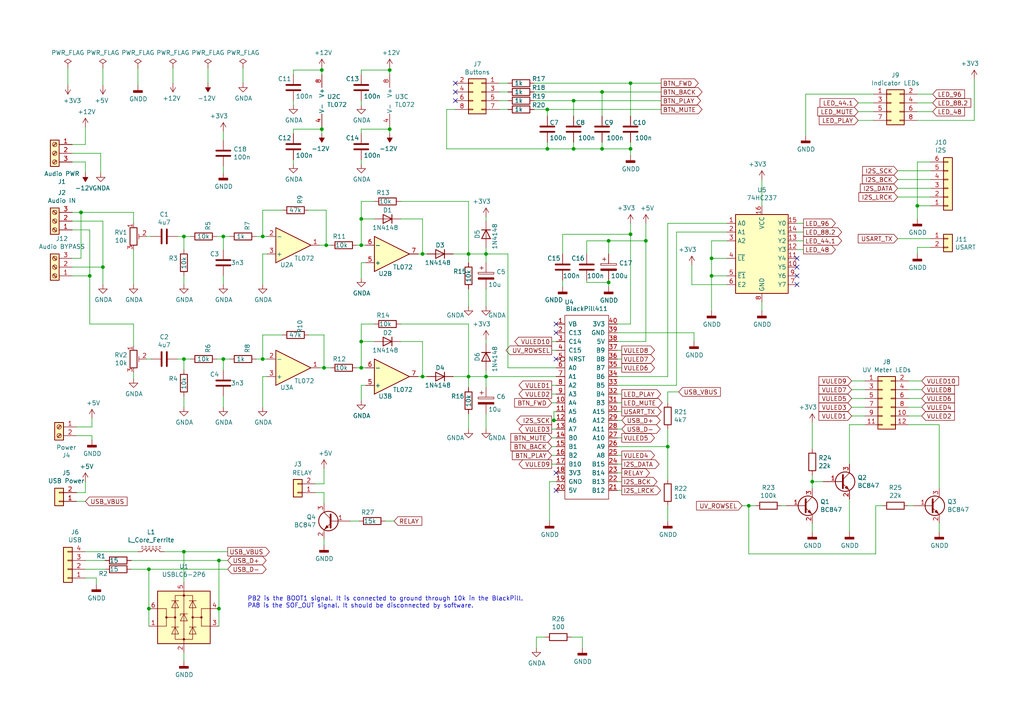
<source format=kicad_sch>
(kicad_sch (version 20211123) (generator eeschema)
  (paper "A4")
  (junction (at 94.615 71.12))
  (junction (at 29.845 77.47))
  (junction (at 193.675 129.54))
  (junction (at 53.34 104.14))
  (junction (at 187.325 69.85))
  (junction (at 206.375 80.01))
  (junction (at 158.75 43.18))
  (junction (at 104.775 106.68))
  (junction (at 53.34 160.02))
  (junction (at 93.345 20.32))
  (junction (at 166.37 29.21))
  (junction (at 135.89 109.22))
  (junction (at 158.75 31.75))
  (junction (at 43.18 165.1))
  (junction (at 93.345 37.465))
  (junction (at 217.17 146.685))
  (junction (at 174.625 26.67))
  (junction (at 235.585 139.7))
  (junction (at 104.775 63.5))
  (junction (at 63.5 176.53))
  (junction (at 93.98 106.68))
  (junction (at 64.77 68.58))
  (junction (at 135.89 73.66))
  (junction (at 160.655 121.92))
  (junction (at 64.77 104.14))
  (junction (at 182.88 24.13))
  (junction (at 266.065 59.69))
  (junction (at 26.035 80.01))
  (junction (at 166.37 43.18))
  (junction (at 182.88 43.18))
  (junction (at 23.495 61.595))
  (junction (at 140.97 73.66))
  (junction (at 104.775 71.12))
  (junction (at 140.97 109.22))
  (junction (at 63.5 162.56))
  (junction (at 122.555 109.22))
  (junction (at 113.03 20.32))
  (junction (at 176.53 81.915))
  (junction (at 206.375 74.93))
  (junction (at 122.555 73.66))
  (junction (at 113.03 37.465))
  (junction (at 182.88 67.945))
  (junction (at 104.775 99.06))
  (junction (at 53.34 68.58))
  (junction (at 43.18 176.53))
  (junction (at 176.53 69.85))
  (junction (at 174.625 43.18))
  (junction (at 76.2 68.58))
  (junction (at 76.2 104.14))
  (no_connect (at 132.08 29.21))
  (no_connect (at 161.29 93.98))
  (no_connect (at 231.14 74.93))
  (no_connect (at 132.08 26.67))
  (no_connect (at 132.08 24.13))
  (no_connect (at 161.29 104.14))
  (no_connect (at 161.29 96.52))
  (no_connect (at 231.14 80.01))
  (no_connect (at 231.14 82.55))
  (no_connect (at 161.29 137.16))
  (no_connect (at 161.29 142.24))
  (no_connect (at 231.14 77.47))
  (wire (pts (xy 93.98 97.155) (xy 93.98 106.68)))
  (wire (pts (xy 40.005 19.685) (xy 40.005 24.765)))
  (wire (pts (xy 233.68 27.305) (xy 253.365 27.305)))
  (wire (pts (xy 104.775 76.2) (xy 104.775 80.645)))
  (wire (pts (xy 53.34 72.39) (xy 53.34 68.58)))
  (wire (pts (xy 179.07 104.14) (xy 180.34 104.14)))
  (wire (pts (xy 26.035 93.98) (xy 38.735 93.98)))
  (wire (pts (xy 122.555 109.22) (xy 123.825 109.22)))
  (wire (pts (xy 179.07 127) (xy 180.34 127)))
  (wire (pts (xy 154.94 26.67) (xy 174.625 26.67)))
  (wire (pts (xy 53.34 191.77) (xy 53.34 189.23)))
  (wire (pts (xy 24.765 160.02) (xy 40.005 160.02)))
  (wire (pts (xy 22.225 142.875) (xy 24.765 142.875)))
  (wire (pts (xy 182.88 41.275) (xy 182.88 43.18)))
  (wire (pts (xy 266.065 29.845) (xy 270.51 29.845)))
  (wire (pts (xy 166.37 29.21) (xy 166.37 33.655)))
  (wire (pts (xy 272.415 123.19) (xy 263.525 123.19)))
  (wire (pts (xy 85.09 29.21) (xy 85.09 30.48)))
  (wire (pts (xy 140.97 109.22) (xy 140.97 107.315)))
  (wire (pts (xy 64.77 80.01) (xy 64.77 82.55)))
  (wire (pts (xy 135.89 76.2) (xy 135.89 73.66)))
  (wire (pts (xy 129.54 31.75) (xy 132.08 31.75)))
  (wire (pts (xy 217.17 160.655) (xy 217.17 146.685)))
  (wire (pts (xy 193.675 124.46) (xy 193.675 129.54)))
  (wire (pts (xy 20.955 77.47) (xy 29.845 77.47)))
  (wire (pts (xy 160.02 114.3) (xy 161.29 114.3)))
  (wire (pts (xy 122.555 109.22) (xy 122.555 99.06)))
  (wire (pts (xy 29.845 24.765) (xy 29.845 19.685)))
  (wire (pts (xy 64.77 114.935) (xy 64.77 118.11)))
  (wire (pts (xy 163.195 83.185) (xy 163.195 81.28)))
  (wire (pts (xy 266.065 27.305) (xy 270.51 27.305)))
  (wire (pts (xy 74.295 68.58) (xy 76.2 68.58)))
  (wire (pts (xy 160.02 121.92) (xy 160.655 121.92)))
  (wire (pts (xy 263.525 120.65) (xy 267.335 120.65)))
  (wire (pts (xy 193.675 113.665) (xy 196.85 113.665)))
  (wire (pts (xy 140.97 99.695) (xy 140.97 98.425)))
  (wire (pts (xy 187.325 69.85) (xy 187.325 64.77)))
  (wire (pts (xy 170.18 81.915) (xy 170.18 81.28)))
  (wire (pts (xy 160.02 132.08) (xy 161.29 132.08)))
  (wire (pts (xy 174.625 41.275) (xy 174.625 43.18)))
  (wire (pts (xy 77.47 73.66) (xy 76.2 73.66)))
  (wire (pts (xy 38.735 93.98) (xy 38.735 100.33)))
  (wire (pts (xy 50.165 19.685) (xy 50.165 24.13)))
  (wire (pts (xy 206.375 69.85) (xy 206.375 74.93)))
  (wire (pts (xy 20.955 74.93) (xy 23.495 74.93)))
  (wire (pts (xy 76.2 104.14) (xy 74.295 104.14)))
  (wire (pts (xy 140.97 64.135) (xy 140.97 62.865)))
  (wire (pts (xy 64.77 38.1) (xy 64.77 40.64)))
  (wire (pts (xy 93.345 20.32) (xy 85.09 20.32)))
  (wire (pts (xy 220.98 90.17) (xy 220.98 87.63)))
  (wire (pts (xy 104.775 37.465) (xy 104.775 38.735)))
  (wire (pts (xy 187.325 69.85) (xy 176.53 69.85)))
  (wire (pts (xy 70.485 19.685) (xy 70.485 24.13)))
  (wire (pts (xy 93.98 140.335) (xy 93.98 135.89)))
  (wire (pts (xy 282.575 22.86) (xy 282.575 34.925)))
  (wire (pts (xy 161.29 116.84) (xy 160.02 116.84)))
  (wire (pts (xy 235.585 151.765) (xy 235.585 154.305)))
  (wire (pts (xy 24.765 165.1) (xy 30.48 165.1)))
  (wire (pts (xy 231.14 67.31) (xy 233.045 67.31)))
  (wire (pts (xy 104.775 71.12) (xy 106.045 71.12)))
  (wire (pts (xy 263.525 115.57) (xy 267.335 115.57)))
  (wire (pts (xy 20.955 44.45) (xy 29.21 44.45)))
  (wire (pts (xy 180.34 114.3) (xy 179.07 114.3)))
  (wire (pts (xy 140.97 83.82) (xy 140.97 88.9)))
  (wire (pts (xy 182.88 67.945) (xy 163.195 67.945)))
  (wire (pts (xy 104.775 20.32) (xy 104.775 21.59)))
  (wire (pts (xy 76.2 68.58) (xy 77.47 68.58)))
  (wire (pts (xy 158.115 184.785) (xy 155.575 184.785)))
  (wire (pts (xy 220.98 52.07) (xy 220.98 59.69)))
  (wire (pts (xy 158.75 41.275) (xy 158.75 43.18)))
  (wire (pts (xy 210.82 80.01) (xy 206.375 80.01)))
  (wire (pts (xy 135.89 73.66) (xy 131.445 73.66)))
  (wire (pts (xy 154.94 29.21) (xy 166.37 29.21)))
  (wire (pts (xy 163.195 67.945) (xy 163.195 73.66)))
  (wire (pts (xy 179.07 132.08) (xy 180.34 132.08)))
  (wire (pts (xy 160.02 99.06) (xy 161.29 99.06)))
  (wire (pts (xy 255.905 146.685) (xy 254 146.685)))
  (wire (pts (xy 93.345 20.32) (xy 93.345 19.685)))
  (wire (pts (xy 176.53 81.915) (xy 176.53 83.185)))
  (wire (pts (xy 196.215 67.31) (xy 210.82 67.31)))
  (wire (pts (xy 76.2 109.22) (xy 76.2 118.11)))
  (wire (pts (xy 154.94 24.13) (xy 182.88 24.13)))
  (wire (pts (xy 91.44 142.875) (xy 93.98 142.875)))
  (wire (pts (xy 246.38 144.78) (xy 246.38 154.305)))
  (wire (pts (xy 231.14 72.39) (xy 233.045 72.39)))
  (wire (pts (xy 182.88 43.18) (xy 174.625 43.18)))
  (wire (pts (xy 85.09 37.465) (xy 85.09 38.735)))
  (wire (pts (xy 179.07 93.98) (xy 182.88 93.98)))
  (wire (pts (xy 168.91 184.785) (xy 168.91 187.96)))
  (wire (pts (xy 60.325 19.685) (xy 60.325 24.13)))
  (wire (pts (xy 210.82 69.85) (xy 206.375 69.85)))
  (wire (pts (xy 264.795 146.685) (xy 263.525 146.685)))
  (wire (pts (xy 269.875 46.99) (xy 266.065 46.99)))
  (wire (pts (xy 266.065 46.99) (xy 266.065 59.69)))
  (wire (pts (xy 147.32 26.67) (xy 144.78 26.67)))
  (wire (pts (xy 182.88 24.13) (xy 182.88 33.655)))
  (wire (pts (xy 160.02 129.54) (xy 161.29 129.54)))
  (wire (pts (xy 179.07 96.52) (xy 201.295 96.52)))
  (wire (pts (xy 103.505 71.12) (xy 104.775 71.12)))
  (wire (pts (xy 210.82 82.55) (xy 200.66 82.55)))
  (wire (pts (xy 266.065 34.925) (xy 282.575 34.925)))
  (wire (pts (xy 26.67 123.825) (xy 26.67 121.285)))
  (wire (pts (xy 104.775 58.42) (xy 108.585 58.42)))
  (wire (pts (xy 104.775 99.06) (xy 104.775 93.98)))
  (wire (pts (xy 81.915 97.155) (xy 76.2 97.155)))
  (wire (pts (xy 91.44 140.335) (xy 93.98 140.335)))
  (wire (pts (xy 93.345 21.59) (xy 93.345 20.32)))
  (wire (pts (xy 38.735 82.55) (xy 38.735 72.39)))
  (wire (pts (xy 182.88 93.98) (xy 182.88 67.945)))
  (wire (pts (xy 180.34 116.84) (xy 179.07 116.84)))
  (wire (pts (xy 180.34 137.16) (xy 179.07 137.16)))
  (wire (pts (xy 135.89 109.22) (xy 131.445 109.22)))
  (wire (pts (xy 38.735 61.595) (xy 38.735 64.77)))
  (wire (pts (xy 38.735 109.855) (xy 38.735 107.95)))
  (wire (pts (xy 182.88 24.13) (xy 191.77 24.13)))
  (wire (pts (xy 81.915 60.96) (xy 76.2 60.96)))
  (wire (pts (xy 43.18 165.1) (xy 66.04 165.1)))
  (wire (pts (xy 180.34 124.46) (xy 179.07 124.46)))
  (wire (pts (xy 122.555 99.06) (xy 116.205 99.06)))
  (wire (pts (xy 217.17 146.685) (xy 219.075 146.685)))
  (wire (pts (xy 174.625 43.18) (xy 166.37 43.18)))
  (wire (pts (xy 64.77 104.14) (xy 62.865 104.14)))
  (wire (pts (xy 193.675 146.685) (xy 193.675 151.13)))
  (wire (pts (xy 238.76 139.7) (xy 235.585 139.7)))
  (wire (pts (xy 201.295 96.52) (xy 201.295 99.06)))
  (wire (pts (xy 140.97 73.66) (xy 135.89 73.66)))
  (wire (pts (xy 92.71 71.12) (xy 94.615 71.12)))
  (wire (pts (xy 179.07 129.54) (xy 193.675 129.54)))
  (wire (pts (xy 53.34 107.315) (xy 53.34 104.14)))
  (wire (pts (xy 161.29 139.7) (xy 159.385 139.7)))
  (wire (pts (xy 231.14 64.77) (xy 233.045 64.77)))
  (wire (pts (xy 161.29 127) (xy 160.02 127)))
  (wire (pts (xy 23.495 61.595) (xy 38.735 61.595)))
  (wire (pts (xy 206.375 80.01) (xy 206.375 90.17)))
  (wire (pts (xy 129.54 43.18) (xy 129.54 31.75)))
  (wire (pts (xy 104.775 93.98) (xy 108.585 93.98)))
  (wire (pts (xy 248.92 32.385) (xy 253.365 32.385)))
  (wire (pts (xy 179.07 106.68) (xy 180.34 106.68)))
  (wire (pts (xy 266.065 59.69) (xy 266.065 63.5)))
  (wire (pts (xy 135.89 112.395) (xy 135.89 109.22)))
  (wire (pts (xy 231.14 69.85) (xy 233.045 69.85)))
  (wire (pts (xy 187.325 99.06) (xy 187.325 69.85)))
  (wire (pts (xy 76.2 73.66) (xy 76.2 82.55)))
  (wire (pts (xy 160.655 119.38) (xy 161.29 119.38)))
  (wire (pts (xy 55.245 104.14) (xy 53.34 104.14)))
  (wire (pts (xy 122.555 63.5) (xy 116.205 63.5)))
  (wire (pts (xy 147.32 29.21) (xy 144.78 29.21)))
  (wire (pts (xy 246.38 123.19) (xy 250.825 123.19)))
  (wire (pts (xy 20.955 41.91) (xy 24.765 41.91)))
  (wire (pts (xy 179.07 142.24) (xy 180.34 142.24)))
  (wire (pts (xy 155.575 184.785) (xy 155.575 187.96)))
  (wire (pts (xy 206.375 74.93) (xy 206.375 80.01)))
  (wire (pts (xy 210.82 74.93) (xy 206.375 74.93)))
  (wire (pts (xy 166.37 43.18) (xy 158.75 43.18)))
  (wire (pts (xy 122.555 73.66) (xy 122.555 63.5)))
  (wire (pts (xy 165.735 184.785) (xy 168.91 184.785)))
  (wire (pts (xy 160.02 111.76) (xy 161.29 111.76)))
  (wire (pts (xy 180.34 121.92) (xy 179.07 121.92)))
  (wire (pts (xy 104.775 63.5) (xy 104.775 58.42)))
  (wire (pts (xy 23.495 74.93) (xy 23.495 61.595)))
  (wire (pts (xy 43.815 104.14) (xy 42.545 104.14)))
  (wire (pts (xy 200.66 82.55) (xy 200.66 76.835)))
  (wire (pts (xy 94.615 60.96) (xy 94.615 71.12)))
  (wire (pts (xy 77.47 109.22) (xy 76.2 109.22)))
  (wire (pts (xy 121.285 109.22) (xy 122.555 109.22)))
  (wire (pts (xy 248.92 29.845) (xy 253.365 29.845)))
  (wire (pts (xy 266.065 59.69) (xy 269.875 59.69)))
  (wire (pts (xy 53.34 80.01) (xy 53.34 82.55)))
  (wire (pts (xy 269.875 52.07) (xy 260.35 52.07)))
  (wire (pts (xy 122.555 73.66) (xy 123.825 73.66)))
  (wire (pts (xy 263.525 113.03) (xy 267.335 113.03)))
  (wire (pts (xy 111.76 151.13) (xy 114.3 151.13)))
  (wire (pts (xy 210.82 64.77) (xy 193.675 64.77)))
  (wire (pts (xy 64.77 72.39) (xy 64.77 68.58)))
  (wire (pts (xy 129.54 43.18) (xy 158.75 43.18)))
  (wire (pts (xy 113.03 37.465) (xy 104.775 37.465)))
  (wire (pts (xy 196.215 67.31) (xy 196.215 111.76)))
  (wire (pts (xy 160.655 119.38) (xy 160.655 121.92)))
  (wire (pts (xy 53.34 160.02) (xy 47.625 160.02)))
  (wire (pts (xy 147.32 106.68) (xy 147.32 73.66)))
  (wire (pts (xy 103.505 106.68) (xy 104.775 106.68)))
  (wire (pts (xy 63.5 162.56) (xy 66.04 162.56)))
  (wire (pts (xy 113.03 38.735) (xy 113.03 37.465)))
  (wire (pts (xy 101.6 151.13) (xy 104.14 151.13)))
  (wire (pts (xy 272.415 123.19) (xy 272.415 141.605)))
  (wire (pts (xy 135.89 88.9) (xy 135.89 83.82)))
  (wire (pts (xy 159.385 139.7) (xy 159.385 151.13)))
  (wire (pts (xy 182.88 67.945) (xy 182.88 64.77)))
  (wire (pts (xy 20.955 64.135) (xy 29.845 64.135)))
  (wire (pts (xy 24.765 41.91) (xy 24.765 36.83)))
  (wire (pts (xy 26.035 66.675) (xy 26.035 80.01)))
  (wire (pts (xy 161.29 109.22) (xy 140.97 109.22)))
  (wire (pts (xy 64.77 107.315) (xy 64.77 104.14)))
  (wire (pts (xy 53.34 68.58) (xy 55.245 68.58)))
  (wire (pts (xy 174.625 26.67) (xy 191.77 26.67)))
  (wire (pts (xy 42.545 68.58) (xy 43.815 68.58)))
  (wire (pts (xy 147.32 24.13) (xy 144.78 24.13)))
  (wire (pts (xy 93.345 37.465) (xy 93.345 38.735)))
  (wire (pts (xy 266.065 32.385) (xy 270.51 32.385)))
  (wire (pts (xy 93.98 142.875) (xy 93.98 146.05)))
  (wire (pts (xy 254 146.685) (xy 254 160.655)))
  (wire (pts (xy 140.97 76.2) (xy 140.97 73.66)))
  (wire (pts (xy 160.02 124.46) (xy 161.29 124.46)))
  (wire (pts (xy 235.585 122.555) (xy 235.585 130.175)))
  (wire (pts (xy 140.97 73.66) (xy 140.97 71.755)))
  (wire (pts (xy 22.225 123.825) (xy 26.67 123.825)))
  (wire (pts (xy 22.225 126.365) (xy 26.67 126.365)))
  (wire (pts (xy 104.775 29.21) (xy 104.775 30.48)))
  (wire (pts (xy 247.015 120.65) (xy 250.825 120.65)))
  (wire (pts (xy 263.525 118.11) (xy 267.335 118.11)))
  (wire (pts (xy 104.775 46.355) (xy 104.775 47.625)))
  (wire (pts (xy 179.07 119.38) (xy 180.34 119.38)))
  (wire (pts (xy 20.955 46.99) (xy 24.765 46.99)))
  (wire (pts (xy 26.67 126.365) (xy 26.67 127.635)))
  (wire (pts (xy 147.32 31.75) (xy 144.78 31.75)))
  (wire (pts (xy 135.89 120.015) (xy 135.89 124.46)))
  (wire (pts (xy 193.675 64.77) (xy 193.675 109.22)))
  (wire (pts (xy 53.34 118.11) (xy 53.34 114.935)))
  (wire (pts (xy 20.955 66.675) (xy 26.035 66.675)))
  (wire (pts (xy 193.675 116.84) (xy 193.675 113.665)))
  (wire (pts (xy 38.1 165.1) (xy 43.18 165.1)))
  (wire (pts (xy 29.21 44.45) (xy 29.21 50.165)))
  (wire (pts (xy 160.02 134.62) (xy 161.29 134.62)))
  (wire (pts (xy 92.71 106.68) (xy 93.98 106.68)))
  (wire (pts (xy 43.18 176.53) (xy 43.18 181.61)))
  (wire (pts (xy 235.585 139.7) (xy 235.585 141.605)))
  (wire (pts (xy 94.615 71.12) (xy 95.885 71.12)))
  (wire (pts (xy 93.345 36.83) (xy 93.345 37.465)))
  (wire (pts (xy 113.03 20.32) (xy 113.03 19.685)))
  (wire (pts (xy 193.675 109.22) (xy 179.07 109.22)))
  (wire (pts (xy 246.38 123.19) (xy 246.38 134.62)))
  (wire (pts (xy 19.685 19.685) (xy 19.685 24.765)))
  (wire (pts (xy 174.625 26.67) (xy 174.625 33.655)))
  (wire (pts (xy 160.655 121.92) (xy 161.29 121.92)))
  (wire (pts (xy 269.875 49.53) (xy 260.35 49.53)))
  (wire (pts (xy 51.435 68.58) (xy 53.34 68.58)))
  (wire (pts (xy 27.94 167.64) (xy 27.94 169.545)))
  (wire (pts (xy 170.18 69.85) (xy 170.18 73.66)))
  (wire (pts (xy 113.03 37.465) (xy 113.03 36.83)))
  (wire (pts (xy 104.775 99.06) (xy 104.775 106.68)))
  (wire (pts (xy 140.97 112.395) (xy 140.97 109.22)))
  (wire (pts (xy 66.675 104.14) (xy 64.77 104.14)))
  (wire (pts (xy 263.525 110.49) (xy 267.335 110.49)))
  (wire (pts (xy 108.585 63.5) (xy 104.775 63.5)))
  (wire (pts (xy 104.775 63.5) (xy 104.775 71.12)))
  (wire (pts (xy 93.98 106.68) (xy 95.885 106.68)))
  (wire (pts (xy 233.68 27.305) (xy 233.68 39.37)))
  (wire (pts (xy 29.845 64.135) (xy 29.845 77.47)))
  (wire (pts (xy 106.045 111.76) (xy 104.775 111.76)))
  (wire (pts (xy 269.875 57.15) (xy 260.35 57.15)))
  (wire (pts (xy 160.02 101.6) (xy 161.29 101.6)))
  (wire (pts (xy 43.18 165.1) (xy 43.18 176.53)))
  (wire (pts (xy 63.5 176.53) (xy 63.5 162.56)))
  (wire (pts (xy 196.215 111.76) (xy 179.07 111.76)))
  (wire (pts (xy 182.88 43.18) (xy 182.88 45.085)))
  (wire (pts (xy 26.035 80.01) (xy 26.035 93.98)))
  (wire (pts (xy 147.32 73.66) (xy 140.97 73.66)))
  (wire (pts (xy 76.2 60.96) (xy 76.2 68.58)))
  (wire (pts (xy 254 160.655) (xy 217.17 160.655)))
  (wire (pts (xy 176.53 69.85) (xy 170.18 69.85)))
  (wire (pts (xy 235.585 139.7) (xy 235.585 137.795)))
  (wire (pts (xy 20.955 61.595) (xy 23.495 61.595)))
  (wire (pts (xy 272.415 151.765) (xy 272.415 154.305)))
  (wire (pts (xy 247.015 113.03) (xy 250.825 113.03)))
  (wire (pts (xy 140.97 109.22) (xy 135.89 109.22)))
  (wire (pts (xy 108.585 99.06) (xy 104.775 99.06)))
  (wire (pts (xy 253.365 34.925) (xy 248.92 34.925)))
  (wire (pts (xy 161.29 106.68) (xy 147.32 106.68)))
  (wire (pts (xy 266.065 71.755) (xy 266.065 73.66)))
  (wire (pts (xy 89.535 60.96) (xy 94.615 60.96)))
  (wire (pts (xy 29.845 77.47) (xy 29.845 82.55)))
  (wire (pts (xy 89.535 97.155) (xy 93.98 97.155)))
  (wire (pts (xy 154.94 31.75) (xy 158.75 31.75)))
  (wire (pts (xy 179.07 99.06) (xy 187.325 99.06)))
  (wire (pts (xy 66.675 68.58) (xy 64.77 68.58)))
  (wire (pts (xy 53.34 160.02) (xy 66.04 160.02)))
  (wire (pts (xy 217.17 146.685) (xy 215.265 146.685)))
  (wire (pts (xy 176.53 81.28) (xy 176.53 81.915)))
  (wire (pts (xy 64.77 50.165) (xy 64.77 48.26)))
  (wire (pts (xy 38.1 162.56) (xy 63.5 162.56)))
  (wire (pts (xy 158.75 31.75) (xy 191.77 31.75)))
  (wire (pts (xy 53.34 168.91) (xy 53.34 160.02)))
  (wire (pts (xy 247.015 115.57) (xy 250.825 115.57)))
  (wire (pts (xy 113.03 21.59) (xy 113.03 20.32)))
  (wire (pts (xy 85.09 20.32) (xy 85.09 21.59)))
  (wire (pts (xy 166.37 29.21) (xy 191.77 29.21)))
  (wire (pts (xy 104.775 111.76) (xy 104.775 116.205)))
  (wire (pts (xy 180.34 134.62) (xy 179.07 134.62)))
  (wire (pts (xy 24.765 162.56) (xy 30.48 162.56)))
  (wire (pts (xy 22.225 145.415) (xy 24.765 145.415)))
  (wire (pts (xy 247.015 118.11) (xy 250.825 118.11)))
  (wire (pts (xy 158.75 31.75) (xy 158.75 33.655)))
  (wire (pts (xy 179.07 101.6) (xy 180.34 101.6)))
  (wire (pts (xy 104.775 106.68) (xy 106.045 106.68)))
  (wire (pts (xy 269.875 71.755) (xy 266.065 71.755)))
  (wire (pts (xy 85.09 46.355) (xy 85.09 47.625)))
  (wire (pts (xy 247.015 110.49) (xy 250.825 110.49)))
  (wire (pts (xy 63.5 181.61) (xy 63.5 176.53)))
  (wire (pts (xy 193.675 129.54) (xy 193.675 139.065)))
  (wire (pts (xy 93.345 37.465) (xy 85.09 37.465)))
  (wire (pts (xy 93.98 156.21) (xy 93.98 158.115)))
  (wire (pts (xy 179.07 139.7) (xy 180.34 139.7)))
  (wire (pts (xy 53.34 104.14) (xy 51.435 104.14)))
  (wire (pts (xy 260.35 54.61) (xy 269.875 54.61)))
  (wire (pts (xy 226.695 146.685) (xy 227.965 146.685)))
  (wire (pts (xy 166.37 41.275) (xy 166.37 43.18)))
  (wire (pts (xy 135.89 73.66) (xy 135.89 58.42)))
  (wire (pts (xy 20.955 80.01) (xy 26.035 80.01)))
  (wire (pts (xy 24.765 167.64) (xy 27.94 167.64)))
  (wire (pts (xy 106.045 76.2) (xy 104.775 76.2)))
  (wire (pts (xy 24.765 142.875) (xy 24.765 139.7)))
  (wire (pts (xy 135.89 93.98) (xy 135.89 109.22)))
  (wire (pts (xy 269.875 69.215) (xy 260.35 69.215)))
  (wire (pts (xy 135.89 58.42) (xy 116.205 58.42)))
  (wire (pts (xy 64.77 68.58) (xy 62.865 68.58)))
  (wire (pts (xy 77.47 104.14) (xy 76.2 104.14)))
  (wire (pts (xy 24.765 46.99) (xy 24.765 50.165)))
  (wire (pts (xy 113.03 20.32) (xy 104.775 20.32)))
  (wire (pts (xy 121.285 73.66) (xy 122.555 73.66)))
  (wire (pts (xy 140.97 124.46) (xy 140.97 120.015)))
  (wire (pts (xy 116.205 93.98) (xy 135.89 93.98)))
  (wire (pts (xy 76.2 97.155) (xy 76.2 104.14)))
  (wire (pts (xy 176.53 81.915) (xy 170.18 81.915)))
  (wire (pts (xy 176.53 69.85) (xy 176.53 73.66)))
  (text "PB2 is the BOOT1 signal. It is connected to ground through 10k in the BlackPill.\nPA8 is the SOF_OUT signal. It should be disconnected by software." (at 71.755 176.53 0) (effects (font (size 1.27 1.27)) (justify left bottom)))
  (global_label "I2S_LRCK" (shape input) (at 260.35 57.15 180) (property "Intersheet References" "${INTERSHEET_REFS}" (effects hide)))
  (global_label "RELAY" (shape output) (at 180.34 137.16 0) (property "Intersheet References" "${INTERSHEET_REFS}" (effects hide)))
  (global_label "BTN_MUTE" (shape output) (at 191.77 31.75 0) (property "Intersheet References" "${INTERSHEET_REFS}" (effects hide)))
  (global_label "LED_44.1" (shape output) (at 233.045 69.85 0) (property "Intersheet References" "${INTERSHEET_REFS}" (effects hide)))
  (global_label "LED_PLAY" (shape output) (at 180.34 114.3 0) (property "Intersheet References" "${INTERSHEET_REFS}" (effects hide)))
  (global_label "LED_88.2" (shape output) (at 233.045 67.31 0) (property "Intersheet References" "${INTERSHEET_REFS}" (effects hide)))
  (global_label "LED_96" (shape output) (at 233.045 64.77 0) (property "Intersheet References" "${INTERSHEET_REFS}" (effects hide)))
  (global_label "VULED6" (shape input) (at 267.335 115.57 0) (property "Intersheet References" "${INTERSHEET_REFS}" (effects hide)))
  (global_label "USB_VBUS" (shape input) (at 196.85 113.665 0) (property "Intersheet References" "${INTERSHEET_REFS}" (effects hide)))
  (global_label "USB_D-" (shape bidirectional) (at 66.04 165.1 0) (property "Intersheet References" "${INTERSHEET_REFS}" (effects hide)))
  (global_label "BTN_BACK" (shape input) (at 160.02 129.54 180) (property "Intersheet References" "${INTERSHEET_REFS}" (effects hide)))
  (global_label "I2S_DATA" (shape input) (at 260.35 54.61 180) (property "Intersheet References" "${INTERSHEET_REFS}" (effects hide)))
  (global_label "VULED5" (shape input) (at 247.015 115.57 180) (property "Intersheet References" "${INTERSHEET_REFS}" (effects hide)))
  (global_label "VULED2" (shape input) (at 267.335 120.65 0) (property "Intersheet References" "${INTERSHEET_REFS}" (effects hide)))
  (global_label "VULED1" (shape input) (at 247.015 120.65 180) (property "Intersheet References" "${INTERSHEET_REFS}" (effects hide)))
  (global_label "USART_TX" (shape output) (at 180.34 119.38 0) (property "Intersheet References" "${INTERSHEET_REFS}" (effects hide)))
  (global_label "VULED8" (shape output) (at 180.34 101.6 0) (property "Intersheet References" "${INTERSHEET_REFS}" (effects hide)))
  (global_label "VULED2" (shape output) (at 160.02 114.3 180) (property "Intersheet References" "${INTERSHEET_REFS}" (effects hide)))
  (global_label "VULED3" (shape input) (at 247.015 118.11 180) (property "Intersheet References" "${INTERSHEET_REFS}" (effects hide)))
  (global_label "BTN_PLAY" (shape output) (at 191.77 29.21 0) (property "Intersheet References" "${INTERSHEET_REFS}" (effects hide)))
  (global_label "LED_44.1" (shape input) (at 248.92 29.845 180) (property "Intersheet References" "${INTERSHEET_REFS}" (effects hide)))
  (global_label "VULED7" (shape input) (at 247.015 113.03 180) (property "Intersheet References" "${INTERSHEET_REFS}" (effects hide)))
  (global_label "I2S_SCK" (shape output) (at 160.02 121.92 180) (property "Intersheet References" "${INTERSHEET_REFS}" (effects hide)))
  (global_label "VULED6" (shape output) (at 180.34 106.68 0) (property "Intersheet References" "${INTERSHEET_REFS}" (effects hide)))
  (global_label "USB_VBUS" (shape input) (at 24.765 145.415 0) (property "Intersheet References" "${INTERSHEET_REFS}" (effects hide)))
  (global_label "USART_TX" (shape input) (at 260.35 69.215 180) (property "Intersheet References" "${INTERSHEET_REFS}" (effects hide)))
  (global_label "I2S_DATA" (shape output) (at 180.34 134.62 0) (property "Intersheet References" "${INTERSHEET_REFS}" (effects hide)))
  (global_label "VULED3" (shape output) (at 160.02 124.46 180) (property "Intersheet References" "${INTERSHEET_REFS}" (effects hide)))
  (global_label "I2S_BCK" (shape output) (at 180.34 139.7 0) (property "Intersheet References" "${INTERSHEET_REFS}" (effects hide)))
  (global_label "VULED1" (shape output) (at 160.02 111.76 180) (property "Intersheet References" "${INTERSHEET_REFS}" (effects hide)))
  (global_label "I2S_SCK" (shape input) (at 260.35 49.53 180) (property "Intersheet References" "${INTERSHEET_REFS}" (effects hide)))
  (global_label "VULED4" (shape input) (at 267.335 118.11 0) (property "Intersheet References" "${INTERSHEET_REFS}" (effects hide)))
  (global_label "LED_PLAY" (shape input) (at 248.92 34.925 180) (property "Intersheet References" "${INTERSHEET_REFS}" (effects hide)))
  (global_label "LED_48" (shape input) (at 270.51 32.385 0) (property "Intersheet References" "${INTERSHEET_REFS}" (effects hide)))
  (global_label "RELAY" (shape input) (at 114.3 151.13 0) (property "Intersheet References" "${INTERSHEET_REFS}" (effects hide)))
  (global_label "USB_D+" (shape bidirectional) (at 180.34 121.92 0) (property "Intersheet References" "${INTERSHEET_REFS}" (effects hide)))
  (global_label "VULED9" (shape input) (at 247.015 110.49 180) (property "Intersheet References" "${INTERSHEET_REFS}" (effects hide)))
  (global_label "VULED10" (shape output) (at 160.02 99.06 180) (property "Intersheet References" "${INTERSHEET_REFS}" (effects hide)))
  (global_label "BTN_MUTE" (shape input) (at 160.02 127 180) (property "Intersheet References" "${INTERSHEET_REFS}" (effects hide)))
  (global_label "BTN_FWD" (shape output) (at 191.77 24.13 0) (property "Intersheet References" "${INTERSHEET_REFS}" (effects hide)))
  (global_label "USB_D-" (shape bidirectional) (at 180.34 124.46 0) (property "Intersheet References" "${INTERSHEET_REFS}" (effects hide)))
  (global_label "VULED9" (shape output) (at 160.02 134.62 180) (property "Intersheet References" "${INTERSHEET_REFS}" (effects hide)))
  (global_label "LED_88.2" (shape input) (at 270.51 29.845 0) (property "Intersheet References" "${INTERSHEET_REFS}" (effects hide)))
  (global_label "VULED10" (shape input) (at 267.335 110.49 0) (property "Intersheet References" "${INTERSHEET_REFS}" (effects hide)))
  (global_label "UV_ROWSEL" (shape output) (at 160.02 101.6 180) (property "Intersheet References" "${INTERSHEET_REFS}" (effects hide)))
  (global_label "VULED7" (shape output) (at 180.34 104.14 0) (property "Intersheet References" "${INTERSHEET_REFS}" (effects hide)))
  (global_label "BTN_FWD" (shape input) (at 160.02 116.84 180) (property "Intersheet References" "${INTERSHEET_REFS}" (effects hide)))
  (global_label "BTN_BACK" (shape output) (at 191.77 26.67 0) (property "Intersheet References" "${INTERSHEET_REFS}" (effects hide)))
  (global_label "I2S_LRCK" (shape output) (at 180.34 142.24 0) (property "Intersheet References" "${INTERSHEET_REFS}" (effects hide)))
  (global_label "LED_96" (shape input) (at 270.51 27.305 0) (property "Intersheet References" "${INTERSHEET_REFS}" (effects hide)))
  (global_label "LED_MUTE" (shape output) (at 180.34 116.84 0) (property "Intersheet References" "${INTERSHEET_REFS}" (effects hide)))
  (global_label "VULED4" (shape output) (at 180.34 132.08 0) (property "Intersheet References" "${INTERSHEET_REFS}" (effects hide)))
  (global_label "LED_48" (shape output) (at 233.045 72.39 0) (property "Intersheet References" "${INTERSHEET_REFS}" (effects hide)))
  (global_label "USB_D+" (shape bidirectional) (at 66.04 162.56 0) (property "Intersheet References" "${INTERSHEET_REFS}" (effects hide)))
  (global_label "UV_ROWSEL" (shape input) (at 215.265 146.685 180) (property "Intersheet References" "${INTERSHEET_REFS}" (effects hide)))
  (global_label "VULED5" (shape output) (at 180.34 127 0) (property "Intersheet References" "${INTERSHEET_REFS}" (effects hide)))
  (global_label "BTN_PLAY" (shape input) (at 160.02 132.08 180) (property "Intersheet References" "${INTERSHEET_REFS}" (effects hide)))
  (global_label "USB_VBUS" (shape output) (at 66.04 160.02 0) (property "Intersheet References" "${INTERSHEET_REFS}" (effects hide)))
  (global_label "VULED8" (shape input) (at 267.335 113.03 0) (property "Intersheet References" "${INTERSHEET_REFS}" (effects hide)))
  (global_label "LED_MUTE" (shape input) (at 248.92 32.385 180) (property "Intersheet References" "${INTERSHEET_REFS}" (effects hide)))
  (global_label "I2S_BCK" (shape input) (at 260.35 52.07 180) (property "Intersheet References" "${INTERSHEET_REFS}" (effects hide)))
  (symbol (lib_id "controlBoard-rescue:BlackPill411-MCU_ST_STM32F4") (at 173.99 83.82 0) (unit 1)
    (property "Reference" "U4" (at 165.1 87.63 0))
    (property "Value" "BlackPill411" (at 170.18 89.535 0))
    (property "Footprint" "Symbol:BlackPill411" (effects hide))
  )
  (symbol (lib_id "Device:R") (at 151.13 31.75 270) (unit 1)
    (property "Reference" "R20" (at 154.305 30.48 90) (effects (justify left)))
    (property "Value" "1k" (at 149.225 31.75 90) (effects (justify left)))
    (property "Footprint" "Resistor_THT:R_Axial_DIN0207_L6.3mm_D2.5mm_P10.16mm_Horizontal" (effects hide))
  )
  (symbol (lib_id "Device:R") (at 193.675 120.65 0) (unit 1)
    (property "Reference" "R21" (at 195.453 119.4816 0) (effects (justify left)))
    (property "Value" "4k7" (at 195.453 121.793 0) (effects (justify left)))
    (property "Footprint" "Resistor_SMD:R_0805_2012Metric_Pad1.20x1.40mm_HandSolder" (effects hide))
  )
  (symbol (lib_id "Device:R") (at 193.675 142.875 0) (unit 1)
    (property "Reference" "R22" (at 195.453 141.7066 0) (effects (justify left)))
    (property "Value" "10k" (at 195.453 144.018 0) (effects (justify left)))
    (property "Footprint" "Resistor_SMD:R_0805_2012Metric_Pad1.20x1.40mm_HandSolder" (effects hide))
  )
  (symbol (lib_id "power:GNDD") (at 193.675 151.13 0) (unit 1)
    (property "Reference" "#PWR039" (effects hide))
    (property "Value" "GNDD" (at 193.7766 155.067 0))
  )
  (symbol (lib_id "power:GNDD") (at 159.385 151.13 0) (unit 1)
    (property "Reference" "#PWR036" (effects hide))
    (property "Value" "GNDD" (at 159.4866 155.067 0))
  )
  (symbol (lib_id "power:GNDD") (at 201.295 99.06 0) (unit 1)
    (property "Reference" "#PWR041" (effects hide))
    (property "Value" "GNDD" (at 201.3966 102.997 0))
  )
  (symbol (lib_id "power:+5V") (at 187.325 64.77 0) (unit 1)
    (property "Reference" "#PWR038" (effects hide))
    (property "Value" "+5V" (at 187.706 60.3758 0))
  )
  (symbol (lib_id "power:GNDD") (at 266.065 63.5 0) (unit 1)
    (property "Reference" "#PWR049" (effects hide))
    (property "Value" "GNDD" (at 266.1666 67.437 0))
  )
  (symbol (lib_id "power:GNDD") (at 266.065 73.66 0) (unit 1)
    (property "Reference" "#PWR050" (effects hide))
    (property "Value" "GNDD" (at 266.1666 77.597 0))
  )
  (symbol (lib_id "power:GNDD") (at 27.94 169.545 0) (unit 1)
    (property "Reference" "#PWR08" (effects hide))
    (property "Value" "GNDD" (at 28.0416 173.482 0))
  )
  (symbol (lib_id "power:GNDD") (at 182.88 45.085 0) (unit 1)
    (property "Reference" "#PWR029" (effects hide))
    (property "Value" "GNDD" (at 182.9816 49.022 0))
  )
  (symbol (lib_id "Device:R") (at 151.13 29.21 270) (unit 1)
    (property "Reference" "R19" (at 154.305 27.94 90) (effects (justify left)))
    (property "Value" "1k" (at 149.225 29.21 90) (effects (justify left)))
    (property "Footprint" "Resistor_THT:R_Axial_DIN0207_L6.3mm_D2.5mm_P10.16mm_Horizontal" (effects hide))
  )
  (symbol (lib_id "Device:R") (at 151.13 26.67 270) (unit 1)
    (property "Reference" "R18" (at 154.305 25.4 90) (effects (justify left)))
    (property "Value" "1k" (at 149.225 26.67 90) (effects (justify left)))
    (property "Footprint" "Resistor_THT:R_Axial_DIN0207_L6.3mm_D2.5mm_P10.16mm_Horizontal" (effects hide))
  )
  (symbol (lib_id "Device:C") (at 158.75 37.465 0) (unit 1)
    (property "Reference" "C7" (at 159.385 35.56 0) (effects (justify left)))
    (property "Value" "100n" (at 159.385 40.005 0) (effects (justify left)))
    (property "Footprint" "Capacitor_SMD:C_0805_2012Metric_Pad1.18x1.45mm_HandSolder" (effects hide))
  )
  (symbol (lib_id "Device:C") (at 166.37 37.465 0) (unit 1)
    (property "Reference" "C8" (at 167.005 35.56 0) (effects (justify left)))
    (property "Value" "100n" (at 167.64 40.005 0) (effects (justify left)))
    (property "Footprint" "Capacitor_SMD:C_0805_2012Metric_Pad1.18x1.45mm_HandSolder" (effects hide))
  )
  (symbol (lib_id "Device:C") (at 174.625 37.465 0) (unit 1)
    (property "Reference" "C9" (at 175.26 35.56 0) (effects (justify left)))
    (property "Value" "100n" (at 175.895 40.005 0) (effects (justify left)))
    (property "Footprint" "Capacitor_SMD:C_0805_2012Metric_Pad1.18x1.45mm_HandSolder" (effects hide))
  )
  (symbol (lib_id "Device:C") (at 182.88 37.465 0) (unit 1)
    (property "Reference" "C10" (at 183.515 35.56 0) (effects (justify left)))
    (property "Value" "100n" (at 184.15 40.005 0) (effects (justify left)))
    (property "Footprint" "Capacitor_SMD:C_0805_2012Metric_Pad1.18x1.45mm_HandSolder" (effects hide))
  )
  (symbol (lib_id "Connector_Generic:Conn_01x02") (at 17.145 145.415 180) (unit 1)
    (property "Reference" "J5" (at 19.2278 137.16 0))
    (property "Value" "USB Power" (at 19.2278 139.4714 0))
    (property "Footprint" "Connector_PinHeader_2.54mm:PinHeader_1x02_P2.54mm_Vertical" (effects hide))
  )
  (symbol (lib_id "power:+5V") (at 24.765 139.7 0) (unit 1)
    (property "Reference" "#PWR05" (effects hide))
    (property "Value" "+5V" (at 25.146 135.3058 0))
  )
  (symbol (lib_id "Connector:Screw_Terminal_01x02") (at 17.145 123.825 0) (mirror y) (unit 1)
    (property "Reference" "J4" (at 19.2278 132.08 0))
    (property "Value" "Power" (at 19.2278 129.7686 0))
    (property "Footprint" "TerminalBlock:TerminalBlock_bornier-2_P5.08mm" (effects hide))
  )
  (symbol (lib_id "power:+5V") (at 26.67 121.285 0) (unit 1)
    (property "Reference" "#PWR06" (effects hide))
    (property "Value" "+5V" (at 27.051 116.8908 0))
  )
  (symbol (lib_id "power:GNDD") (at 26.67 127.635 0) (unit 1)
    (property "Reference" "#PWR07" (effects hide))
    (property "Value" "GNDD" (at 26.7716 131.572 0))
  )
  (symbol (lib_id "power:PWR_FLAG") (at 29.845 19.685 0) (unit 1)
    (property "Reference" "#FLG02" (effects hide))
    (property "Value" "PWR_FLAG" (at 29.845 15.2908 0))
  )
  (symbol (lib_id "power:PWR_FLAG") (at 40.005 19.685 0) (unit 1)
    (property "Reference" "#FLG03" (effects hide))
    (property "Value" "PWR_FLAG" (at 40.005 15.2908 0))
  )
  (symbol (lib_id "power:GNDD") (at 40.005 24.765 0) (unit 1)
    (property "Reference" "#PWR014" (effects hide))
    (property "Value" "GNDD" (at 40.1066 28.702 0))
  )
  (symbol (lib_id "power:+5V") (at 29.845 24.765 180) (unit 1)
    (property "Reference" "#PWR010" (effects hide))
    (property "Value" "+5V" (at 29.464 29.1592 0))
  )
  (symbol (lib_id "74xx:74HC237") (at 220.98 74.93 0) (unit 1)
    (property "Reference" "U5" (at 220.98 55.0926 0))
    (property "Value" "74HC237" (at 220.98 57.404 0))
    (property "Footprint" "Package_DIP:DIP-16_W7.62mm_Socket_LongPads" (effects hide))
    (property "Datasheet" "http://www.ti.com/lit/ds/symlink/cd74hc237.pdf" (effects hide))
  )
  (symbol (lib_id "Transistor_BJT:BC847") (at 243.84 139.7 0) (unit 1)
    (property "Reference" "Q2" (at 248.6914 138.5316 0) (effects (justify left)))
    (property "Value" "BC847" (at 248.6914 140.843 0) (effects (justify left)))
    (property "Footprint" "Package_TO_SOT_SMD:SOT-23" (effects hide))
    (property "Datasheet" "http://www.infineon.com/dgdl/Infineon-BC847SERIES_BC848SERIES_BC849SERIES_BC850SERIES-DS-v01_01-en.pdf?fileId=db3a304314dca389011541d4630a1657" (effects hide))
  )
  (symbol (lib_id "Transistor_BJT:BC847") (at 269.875 146.685 0) (unit 1)
    (property "Reference" "Q3" (at 274.7264 145.5166 0) (effects (justify left)))
    (property "Value" "BC847" (at 274.7264 147.828 0) (effects (justify left)))
    (property "Footprint" "Package_TO_SOT_SMD:SOT-23" (effects hide))
    (property "Datasheet" "http://www.infineon.com/dgdl/Infineon-BC847SERIES_BC848SERIES_BC849SERIES_BC850SERIES-DS-v01_01-en.pdf?fileId=db3a304314dca389011541d4630a1657" (effects hide))
  )
  (symbol (lib_id "Transistor_BJT:BC847") (at 233.045 146.685 0) (unit 1)
    (property "Reference" "Q1" (at 237.8964 145.5166 0) (effects (justify left)))
    (property "Value" "BC847" (at 237.8964 147.828 0) (effects (justify left)))
    (property "Footprint" "Package_TO_SOT_SMD:SOT-23" (effects hide))
    (property "Datasheet" "http://www.infineon.com/dgdl/Infineon-BC847SERIES_BC848SERIES_BC849SERIES_BC850SERIES-DS-v01_01-en.pdf?fileId=db3a304314dca389011541d4630a1657" (effects hide))
  )
  (symbol (lib_id "Device:R") (at 259.715 146.685 270) (unit 1)
    (property "Reference" "R25" (at 259.715 141.4272 90))
    (property "Value" "22k" (at 259.715 143.7386 90))
    (property "Footprint" "Resistor_SMD:R_0805_2012Metric_Pad1.20x1.40mm_HandSolder" (effects hide))
  )
  (symbol (lib_id "Device:R") (at 235.585 133.985 180) (unit 1)
    (property "Reference" "R24" (at 237.363 132.8166 0) (effects (justify right)))
    (property "Value" "22k" (at 237.363 135.128 0) (effects (justify right)))
    (property "Footprint" "Resistor_SMD:R_0805_2012Metric_Pad1.20x1.40mm_HandSolder" (effects hide))
  )
  (symbol (lib_id "Device:R") (at 222.885 146.685 270) (unit 1)
    (property "Reference" "R23" (at 222.885 141.4272 90))
    (property "Value" "100k" (at 222.885 143.7386 90))
    (property "Footprint" "Resistor_SMD:R_0805_2012Metric_Pad1.20x1.40mm_HandSolder" (effects hide))
  )
  (symbol (lib_id "power:GNDD") (at 220.98 90.17 0) (unit 1)
    (property "Reference" "#PWR044" (effects hide))
    (property "Value" "GNDD" (at 221.0816 94.107 0))
  )
  (symbol (lib_id "power:GNDD") (at 206.375 90.17 0) (unit 1)
    (property "Reference" "#PWR042" (effects hide))
    (property "Value" "GNDD" (at 206.4766 94.107 0))
  )
  (symbol (lib_id "power:GNDD") (at 246.38 154.305 0) (unit 1)
    (property "Reference" "#PWR047" (effects hide))
    (property "Value" "GNDD" (at 246.4816 158.242 0))
  )
  (symbol (lib_id "power:GNDD") (at 272.415 154.305 0) (unit 1)
    (property "Reference" "#PWR052" (effects hide))
    (property "Value" "GNDD" (at 272.5166 158.242 0))
  )
  (symbol (lib_id "power:GNDD") (at 235.585 154.305 0) (unit 1)
    (property "Reference" "#PWR046" (effects hide))
    (property "Value" "GNDD" (at 235.6866 158.242 0))
  )
  (symbol (lib_id "power:+3.3V") (at 282.575 22.86 0) (unit 1)
    (property "Reference" "#PWR051" (effects hide))
    (property "Value" "+3.3V" (at 281.305 18.415 0))
  )
  (symbol (lib_id "power:+3.3V") (at 235.585 122.555 0) (unit 1)
    (property "Reference" "#PWR045" (effects hide))
    (property "Value" "+3.3V" (at 234.315 118.11 0))
  )
  (symbol (lib_id "Device:R") (at 151.13 24.13 270) (unit 1)
    (property "Reference" "R17" (at 154.305 22.86 90) (effects (justify left)))
    (property "Value" "1k" (at 149.225 24.13 90) (effects (justify left)))
    (property "Footprint" "Resistor_THT:R_Axial_DIN0207_L6.3mm_D2.5mm_P10.16mm_Horizontal" (effects hide))
  )
  (symbol (lib_id "power:+3.3V") (at 220.98 52.07 0) (unit 1)
    (property "Reference" "#PWR043" (effects hide))
    (property "Value" "+3.3V" (at 219.71 47.625 0))
  )
  (symbol (lib_id "power:+3.3V") (at 200.66 76.835 0) (unit 1)
    (property "Reference" "#PWR040" (effects hide))
    (property "Value" "+3.3V" (at 199.39 72.39 0))
  )
  (symbol (lib_id "Connector_Generic:Conn_02x04_Odd_Even") (at 139.7 26.67 0) (mirror y) (unit 1)
    (property "Reference" "J7" (at 138.43 18.6182 0))
    (property "Value" "Buttons" (at 138.43 20.9296 0))
    (property "Footprint" "Connector_PinHeader_2.54mm:PinHeader_2x04_P2.54mm_Vertical" (effects hide))
  )
  (symbol (lib_id "power:+3.3V") (at 182.88 64.77 0) (unit 1)
    (property "Reference" "#PWR037" (effects hide))
    (property "Value" "+3.3V" (at 181.61 60.325 0))
  )
  (symbol (lib_id "power:PWR_FLAG") (at 19.685 19.685 0) (unit 1)
    (property "Reference" "#FLG01" (effects hide))
    (property "Value" "PWR_FLAG" (at 19.685 15.2908 0))
  )
  (symbol (lib_id "power:+3.3V") (at 19.685 24.765 180) (unit 1)
    (property "Reference" "#PWR01" (effects hide))
    (property "Value" "+3.3V" (at 20.955 29.21 0))
  )
  (symbol (lib_id "Connector_Generic:Conn_02x06_Odd_Even") (at 255.905 115.57 0) (unit 1)
    (property "Reference" "J8" (at 257.175 104.9782 0))
    (property "Value" "UV Meter LEDs" (at 257.175 107.2896 0))
    (property "Footprint" "Connector_PinHeader_2.54mm:PinHeader_2x06_P2.54mm_Vertical" (effects hide))
  )
  (symbol (lib_id "Device:R") (at 53.34 76.2 0) (unit 1)
    (property "Reference" "R3" (at 48.895 74.93 0) (effects (justify left)))
    (property "Value" "10k" (at 53.34 78.105 90) (effects (justify left)))
    (property "Footprint" "Resistor_SMD:R_0805_2012Metric_Pad1.20x1.40mm_HandSolder" (effects hide))
  )
  (symbol (lib_id "Amplifier_Operational:TL072") (at 85.09 71.12 0) (mirror x) (unit 1)
    (property "Reference" "U2" (at 83.185 76.835 0))
    (property "Value" "TL072" (at 88.265 74.93 0))
    (property "Footprint" "Package_SO:SO-8_3.9x4.9mm_P1.27mm" (effects hide))
    (property "Datasheet" "http://www.ti.com/lit/ds/symlink/tl071.pdf" (effects hide))
  )
  (symbol (lib_id "Amplifier_Operational:TL072") (at 85.09 106.68 0) (mirror x) (unit 1)
    (property "Reference" "U3" (at 83.185 112.395 0))
    (property "Value" "TL072" (at 88.265 110.49 0))
    (property "Footprint" "Package_SO:SO-8_3.9x4.9mm_P1.27mm" (effects hide))
    (property "Datasheet" "http://www.ti.com/lit/ds/symlink/tl071.pdf" (effects hide))
  )
  (symbol (lib_id "Device:R") (at 59.055 68.58 270) (unit 1)
    (property "Reference" "R5" (at 60.325 64.135 0) (effects (justify left)))
    (property "Value" "10k" (at 57.15 68.58 90) (effects (justify left)))
    (property "Footprint" "Resistor_SMD:R_0805_2012Metric_Pad1.20x1.40mm_HandSolder" (effects hide))
  )
  (symbol (lib_id "Amplifier_Operational:TL072") (at 113.665 73.66 0) (mirror x) (unit 2)
    (property "Reference" "U2" (at 111.76 79.375 0))
    (property "Value" "TL072" (at 116.84 77.47 0))
    (property "Footprint" "Package_SO:SO-8_3.9x4.9mm_P1.27mm" (effects hide))
    (property "Datasheet" "http://www.ti.com/lit/ds/symlink/tl071.pdf" (effects hide))
  )
  (symbol (lib_id "Amplifier_Operational:TL072") (at 95.885 29.21 0) (unit 3)
    (property "Reference" "U2" (at 94.8182 28.0416 0) (effects (justify left)))
    (property "Value" "TL072" (at 94.8182 30.353 0) (effects (justify left)))
    (property "Footprint" "Package_SO:SO-8_3.9x4.9mm_P1.27mm" (effects hide))
    (property "Datasheet" "http://www.ti.com/lit/ds/symlink/tl071.pdf" (effects hide))
  )
  (symbol (lib_id "Device:D") (at 112.395 63.5 180) (unit 1)
    (property "Reference" "D1" (at 112.395 60.96 0))
    (property "Value" "1N4148" (at 111.76 66.04 0))
    (property "Footprint" "Diode_SMD:D_SOD-323_HandSoldering" (effects hide))
  )
  (symbol (lib_id "Device:D") (at 127.635 73.66 180) (unit 1)
    (property "Reference" "D3" (at 127.635 71.12 0))
    (property "Value" "1N4148" (at 127 76.2 0))
    (property "Footprint" "Diode_SMD:D_SOD-323_HandSoldering" (effects hide))
  )
  (symbol (lib_id "Device:R") (at 112.395 58.42 270) (unit 1)
    (property "Reference" "R13" (at 111.125 55.88 90))
    (property "Value" "10k" (at 111.76 58.42 90))
    (property "Footprint" "Resistor_SMD:R_0805_2012Metric_Pad1.20x1.40mm_HandSolder" (effects hide))
  )
  (symbol (lib_id "Device:R") (at 99.695 71.12 270) (unit 1)
    (property "Reference" "R11" (at 98.425 68.58 90))
    (property "Value" "10k" (at 99.06 71.12 90))
    (property "Footprint" "Resistor_SMD:R_0805_2012Metric_Pad1.20x1.40mm_HandSolder" (effects hide))
  )
  (symbol (lib_id "Connector:Screw_Terminal_01x03") (at 15.875 64.135 180) (unit 1)
    (property "Reference" "J2" (at 17.9578 55.88 0))
    (property "Value" "Audio IN" (at 17.9578 58.1914 0))
    (property "Footprint" "TerminalBlock:TerminalBlock_bornier-3_P5.08mm" (effects hide))
  )
  (symbol (lib_id "Connector:Screw_Terminal_01x03") (at 15.875 44.45 0) (mirror y) (unit 1)
    (property "Reference" "J1" (at 17.9578 52.705 0))
    (property "Value" "Audio PWR" (at 17.9578 50.3936 0))
    (property "Footprint" "TerminalBlock:TerminalBlock_bornier-3_P5.08mm" (effects hide))
  )
  (symbol (lib_id "power:+12V") (at 24.765 36.83 0) (unit 1)
    (property "Reference" "#PWR03" (effects hide))
    (property "Value" "+12V" (at 25.146 32.4358 0))
  )
  (symbol (lib_id "power:GNDA") (at 29.21 50.165 0) (unit 1)
    (property "Reference" "#PWR09" (effects hide))
    (property "Value" "GNDA" (at 29.337 54.5592 0))
  )
  (symbol (lib_id "power:-12V") (at 24.765 50.165 180) (unit 1)
    (property "Reference" "#PWR04" (effects hide))
    (property "Value" "-12V" (at 24.384 54.5592 0))
  )
  (symbol (lib_id "power:GNDA") (at 29.845 82.55 0) (unit 1)
    (property "Reference" "#PWR011" (effects hide))
    (property "Value" "GNDA" (at 29.972 86.9442 0))
  )
  (symbol (lib_id "power:GNDA") (at 104.775 80.645 0) (unit 1)
    (property "Reference" "#PWR027" (effects hide))
    (property "Value" "GNDA" (at 104.902 85.0392 0))
  )
  (symbol (lib_id "power:+12V") (at 93.345 19.685 0) (unit 1)
    (property "Reference" "#PWR025" (effects hide))
    (property "Value" "+12V" (at 93.726 15.2908 0))
  )
  (symbol (lib_id "power:-12V") (at 93.345 38.735 180) (unit 1)
    (property "Reference" "#PWR026" (effects hide))
    (property "Value" "-12V" (at 92.964 43.1292 0))
  )
  (symbol (lib_id "Amplifier_Operational:TL072") (at 113.665 109.22 0) (mirror x) (unit 2)
    (property "Reference" "U3" (at 111.76 114.935 0))
    (property "Value" "TL072" (at 116.84 113.03 0))
    (property "Footprint" "Package_SO:SO-8_3.9x4.9mm_P1.27mm" (effects hide))
    (property "Datasheet" "http://www.ti.com/lit/ds/symlink/tl071.pdf" (effects hide))
  )
  (symbol (lib_id "Device:D") (at 112.395 99.06 180) (unit 1)
    (property "Reference" "D2" (at 112.395 96.52 0))
    (property "Value" "1N4148" (at 111.76 101.6 0))
    (property "Footprint" "Diode_SMD:D_SOD-323_HandSoldering" (effects hide))
  )
  (symbol (lib_id "Device:D") (at 127.635 109.22 180) (unit 1)
    (property "Reference" "D4" (at 127.635 106.68 0))
    (property "Value" "1N4148" (at 127 111.76 0))
    (property "Footprint" "Diode_SMD:D_SOD-323_HandSoldering" (effects hide))
  )
  (symbol (lib_id "Device:R") (at 112.395 93.98 270) (unit 1)
    (property "Reference" "R14" (at 111.125 91.44 90))
    (property "Value" "10k" (at 111.76 93.98 90))
    (property "Footprint" "Resistor_SMD:R_0805_2012Metric_Pad1.20x1.40mm_HandSolder" (effects hide))
  )
  (symbol (lib_id "Device:R") (at 99.695 106.68 270) (unit 1)
    (property "Reference" "R12" (at 98.425 104.14 90))
    (property "Value" "10k" (at 99.06 106.68 90))
    (property "Footprint" "Resistor_SMD:R_0805_2012Metric_Pad1.20x1.40mm_HandSolder" (effects hide))
  )
  (symbol (lib_id "power:GNDA") (at 104.775 116.205 0) (unit 1)
    (property "Reference" "#PWR028" (effects hide))
    (property "Value" "GNDA" (at 104.902 120.5992 0))
  )
  (symbol (lib_id "power:PWR_FLAG") (at 50.165 19.685 0) (unit 1)
    (property "Reference" "#FLG04" (effects hide))
    (property "Value" "PWR_FLAG" (at 50.165 15.2908 0))
  )
  (symbol (lib_id "power:PWR_FLAG") (at 60.325 19.685 0) (unit 1)
    (property "Reference" "#FLG05" (effects hide))
    (property "Value" "PWR_FLAG" (at 60.325 15.2908 0))
  )
  (symbol (lib_id "power:PWR_FLAG") (at 70.485 19.685 0) (unit 1)
    (property "Reference" "#FLG06" (effects hide))
    (property "Value" "PWR_FLAG" (at 70.485 15.2908 0))
  )
  (symbol (lib_id "power:+12V") (at 50.165 24.13 180) (unit 1)
    (property "Reference" "#PWR015" (effects hide))
    (property "Value" "+12V" (at 49.784 28.5242 0))
  )
  (symbol (lib_id "power:-12V") (at 60.325 24.13 180) (unit 1)
    (property "Reference" "#PWR019" (effects hide))
    (property "Value" "-12V" (at 59.944 28.5242 0))
  )
  (symbol (lib_id "power:GNDA") (at 70.485 24.13 0) (unit 1)
    (property "Reference" "#PWR022" (effects hide))
    (property "Value" "GNDA" (at 70.612 28.5242 0))
  )
  (symbol (lib_id "Connector_Generic:Conn_01x02") (at 86.36 142.875 180) (unit 1)
    (property "Reference" "J3" (at 86.36 134.62 0))
    (property "Value" "RELAY" (at 87.63 137.16 0))
    (property "Footprint" "Connector_PinHeader_2.54mm:PinHeader_1x02_P2.54mm_Vertical" (effects hide))
  )
  (symbol (lib_id "Device:R") (at 135.89 80.01 0) (unit 1)
    (property "Reference" "R15" (at 131.445 78.74 0) (effects (justify left)))
    (property "Value" "10k" (at 135.89 81.915 90) (effects (justify left)))
    (property "Footprint" "Resistor_SMD:R_0805_2012Metric_Pad1.20x1.40mm_HandSolder" (effects hide))
  )
  (symbol (lib_id "Device:R") (at 135.89 116.205 0) (unit 1)
    (property "Reference" "R16" (at 130.81 114.935 0) (effects (justify left)))
    (property "Value" "10k" (at 135.89 118.11 90) (effects (justify left)))
    (property "Footprint" "Resistor_SMD:R_0805_2012Metric_Pad1.20x1.40mm_HandSolder" (effects hide))
  )
  (symbol (lib_id "power:GNDA") (at 135.89 124.46 0) (unit 1)
    (property "Reference" "#PWR031" (effects hide))
    (property "Value" "GNDA" (at 132.08 127 0))
  )
  (symbol (lib_id "power:GNDA") (at 140.97 124.46 0) (unit 1)
    (property "Reference" "#PWR035" (effects hide))
    (property "Value" "GNDA" (at 144.145 127 0))
  )
  (symbol (lib_id "power:GNDA") (at 140.97 88.9 0) (unit 1)
    (property "Reference" "#PWR033" (effects hide))
    (property "Value" "GNDA" (at 144.145 91.44 0))
  )
  (symbol (lib_id "power:GNDA") (at 135.89 88.9 0) (unit 1)
    (property "Reference" "#PWR030" (effects hide))
    (property "Value" "GNDA" (at 132.08 91.44 0))
  )
  (symbol (lib_id "Device:C") (at 64.77 76.2 180) (unit 1)
    (property "Reference" "C3" (at 62.23 73.66 0))
    (property "Value" "3n3" (at 68.8594 76.2 0))
    (property "Footprint" "Capacitor_SMD:C_0805_2012Metric_Pad1.18x1.45mm_HandSolder" (effects hide))
  )
  (symbol (lib_id "Device:R") (at 70.485 68.58 270) (unit 1)
    (property "Reference" "R7" (at 71.755 64.135 0) (effects (justify left)))
    (property "Value" "1k" (at 68.58 68.58 90) (effects (justify left)))
    (property "Footprint" "Resistor_SMD:R_0805_2012Metric_Pad1.20x1.40mm_HandSolder" (effects hide))
  )
  (symbol (lib_id "power:GNDA") (at 53.34 82.55 0) (unit 1)
    (property "Reference" "#PWR016" (effects hide))
    (property "Value" "GNDA" (at 53.467 86.9442 0))
  )
  (symbol (lib_id "power:GNDA") (at 64.77 82.55 0) (unit 1)
    (property "Reference" "#PWR020" (effects hide))
    (property "Value" "GNDA" (at 64.897 86.9442 0))
  )
  (symbol (lib_id "power:GNDA") (at 76.2 82.55 0) (unit 1)
    (property "Reference" "#PWR023" (effects hide))
    (property "Value" "GNDA" (at 76.327 86.9442 0))
  )
  (symbol (lib_id "Device:R") (at 34.29 162.56 270) (unit 1)
    (property "Reference" "R1" (at 27.94 161.29 90) (effects (justify left)))
    (property "Value" "15" (at 31.75 162.56 90) (effects (justify left)))
    (property "Footprint" "Resistor_SMD:R_0805_2012Metric_Pad1.20x1.40mm_HandSolder" (effects hide))
  )
  (symbol (lib_id "Device:R") (at 34.29 165.1 270) (unit 1)
    (property "Reference" "R2" (at 28.575 166.37 90) (effects (justify left)))
    (property "Value" "15" (at 31.75 165.1 90) (effects (justify left)))
    (property "Footprint" "Resistor_SMD:R_0805_2012Metric_Pad1.20x1.40mm_HandSolder" (effects hide))
  )
  (symbol (lib_id "Device:R") (at 85.725 60.96 270) (unit 1)
    (property "Reference" "R9" (at 86.995 56.515 0) (effects (justify left)))
    (property "Value" "47k" (at 83.82 60.96 90) (effects (justify left)))
    (property "Footprint" "Resistor_SMD:R_0805_2012Metric_Pad1.20x1.40mm_HandSolder" (effects hide))
  )
  (symbol (lib_id "controlBoard-rescue:L_Core_Ferrite-Device") (at 43.815 160.02 90) (unit 1)
    (property "Reference" "L1" (at 43.815 154.305 90))
    (property "Value" "L_Core_Ferrite" (at 43.815 156.6164 90))
    (property "Footprint" "Inductor_THT:L_Axial_L13.0mm_D4.5mm_P15.24mm_Horizontal_Fastron_HCCC" (effects hide))
  )
  (symbol (lib_id "Device:R") (at 70.485 104.14 270) (unit 1)
    (property "Reference" "R8" (at 71.755 99.695 0) (effects (justify left)))
    (property "Value" "1k" (at 68.58 104.14 90) (effects (justify left)))
    (property "Footprint" "Resistor_SMD:R_0805_2012Metric_Pad1.20x1.40mm_HandSolder" (effects hide))
  )
  (symbol (lib_id "Device:C") (at 64.77 111.125 180) (unit 1)
    (property "Reference" "C4" (at 62.23 108.585 0))
    (property "Value" "3n3" (at 68.8594 111.125 0))
    (property "Footprint" "Capacitor_SMD:C_0805_2012Metric_Pad1.18x1.45mm_HandSolder" (effects hide))
  )
  (symbol (lib_id "Device:R") (at 59.055 104.14 270) (unit 1)
    (property "Reference" "R6" (at 60.325 99.695 0) (effects (justify left)))
    (property "Value" "10k" (at 57.15 104.14 90) (effects (justify left)))
    (property "Footprint" "Resistor_SMD:R_0805_2012Metric_Pad1.20x1.40mm_HandSolder" (effects hide))
  )
  (symbol (lib_id "Device:R") (at 53.34 111.125 0) (unit 1)
    (property "Reference" "R4" (at 48.895 109.855 0) (effects (justify left)))
    (property "Value" "10k" (at 53.34 113.03 90) (effects (justify left)))
    (property "Footprint" "Resistor_SMD:R_0805_2012Metric_Pad1.20x1.40mm_HandSolder" (effects hide))
  )
  (symbol (lib_id "power:GNDA") (at 53.34 118.11 0) (unit 1)
    (property "Reference" "#PWR017" (effects hide))
    (property "Value" "GNDA" (at 53.467 122.5042 0))
  )
  (symbol (lib_id "power:GNDA") (at 64.77 118.11 0) (unit 1)
    (property "Reference" "#PWR021" (effects hide))
    (property "Value" "GNDA" (at 64.897 122.5042 0))
  )
  (symbol (lib_id "power:GNDA") (at 76.2 118.11 0) (unit 1)
    (property "Reference" "#PWR024" (effects hide))
    (property "Value" "GNDA" (at 76.327 122.5042 0))
  )
  (symbol (lib_id "Device:R") (at 85.725 97.155 270) (unit 1)
    (property "Reference" "R10" (at 86.995 92.71 0) (effects (justify left)))
    (property "Value" "47k" (at 83.82 97.155 90) (effects (justify left)))
    (property "Footprint" "Resistor_SMD:R_0805_2012Metric_Pad1.20x1.40mm_HandSolder" (effects hide))
  )
  (symbol (lib_id "Power_Protection:USBLC6-2P6") (at 53.34 179.07 0) (unit 1)
    (property "Reference" "U1" (at 53.34 164.3126 0))
    (property "Value" "USBLC6-2P6" (at 53.34 166.624 0))
    (property "Footprint" "Package_TO_SOT_SMD:TSOT-23-6_HandSoldering" (effects hide))
    (property "Datasheet" "https://www.st.com/resource/en/datasheet/usblc6-2.pdf" (effects hide))
  )
  (symbol (lib_id "Device:R") (at 161.925 184.785 270) (unit 1)
    (property "Reference" "R26" (at 161.925 179.5272 90))
    (property "Value" "100" (at 161.925 181.8386 90))
    (property "Footprint" "Resistor_SMD:R_0805_2012Metric_Pad1.20x1.40mm_HandSolder" (effects hide))
  )
  (symbol (lib_id "power:GNDA") (at 155.575 187.96 0) (unit 1)
    (property "Reference" "#PWR055" (effects hide))
    (property "Value" "GNDA" (at 155.702 192.3542 0))
  )
  (symbol (lib_id "power:GNDD") (at 168.91 187.96 0) (unit 1)
    (property "Reference" "#PWR056" (effects hide))
    (property "Value" "GNDD" (at 169.0116 191.897 0))
  )
  (symbol (lib_id "Amplifier_Operational:TL072") (at 115.57 29.21 0) (unit 3)
    (property "Reference" "U3" (at 114.5032 28.0416 0) (effects (justify left)))
    (property "Value" "TL072" (at 114.5032 30.353 0) (effects (justify left)))
    (property "Footprint" "Package_SO:SO-8_3.9x4.9mm_P1.27mm" (effects hide))
    (property "Datasheet" "http://www.ti.com/lit/ds/symlink/tl071.pdf" (effects hide))
  )
  (symbol (lib_id "power:+12V") (at 113.03 19.685 0) (unit 1)
    (property "Reference" "#PWR053" (effects hide))
    (property "Value" "+12V" (at 113.411 15.2908 0))
  )
  (symbol (lib_id "power:-12V") (at 113.03 38.735 180) (unit 1)
    (property "Reference" "#PWR054" (effects hide))
    (property "Value" "-12V" (at 112.649 43.1292 0))
  )
  (symbol (lib_id "power:GNDD") (at 53.34 191.77 0) (unit 1)
    (property "Reference" "#PWR018" (effects hide))
    (property "Value" "GNDD" (at 53.4416 195.707 0))
  )
  (symbol (lib_id "Connector:Screw_Terminal_01x03") (at 15.875 77.47 180) (unit 1)
    (property "Reference" "J12" (at 17.9578 69.215 0))
    (property "Value" "Audio BYPASS" (at 17.9578 71.5264 0))
    (property "Footprint" "TerminalBlock:TerminalBlock_bornier-3_P5.08mm" (effects hide))
  )
  (symbol (lib_id "power:GNDD") (at 93.98 158.115 0) (unit 1)
    (property "Reference" "#PWR02" (effects hide))
    (property "Value" "GNDD" (at 94.0816 162.052 0))
  )
  (symbol (lib_id "Connector_Generic:Conn_02x04_Odd_Even") (at 258.445 29.845 0) (unit 1)
    (property "Reference" "J9" (at 259.715 21.7932 0))
    (property "Value" "Indicator LEDs" (at 259.715 24.1046 0))
    (property "Footprint" "Connector_PinHeader_2.54mm:PinHeader_2x04_P2.54mm_Vertical" (effects hide))
  )
  (symbol (lib_id "Connector_Generic:Conn_01x06") (at 274.955 54.61 0) (mirror x) (unit 1)
    (property "Reference" "J10" (at 272.8722 41.275 0))
    (property "Value" "I2S" (at 272.8722 43.5864 0))
    (property "Footprint" "Connector_PinHeader_2.54mm:PinHeader_1x06_P2.54mm_Vertical" (effects hide))
  )
  (symbol (lib_id "Connector_Generic:Conn_01x02") (at 274.955 69.215 0) (unit 1)
    (property "Reference" "J11" (at 276.987 69.4182 0) (effects (justify left)))
    (property "Value" "USART" (at 276.987 71.7296 0) (effects (justify left)))
    (property "Footprint" "Connector_PinHeader_2.54mm:PinHeader_1x02_P2.54mm_Vertical" (effects hide))
  )
  (symbol (lib_id "Device:C") (at 85.09 25.4 180) (unit 1)
    (property "Reference" "C11" (at 82.55 22.86 0))
    (property "Value" "100n" (at 88.265 27.94 0))
    (property "Footprint" "Capacitor_SMD:C_0805_2012Metric_Pad1.18x1.45mm_HandSolder" (effects hide))
  )
  (symbol (lib_id "power:GNDD") (at 233.68 39.37 0) (unit 1)
    (property "Reference" "#PWR048" (effects hide))
    (property "Value" "GNDD" (at 233.7816 43.307 0))
  )
  (symbol (lib_id "Device:C") (at 85.09 42.545 180) (unit 1)
    (property "Reference" "C12" (at 82.55 40.005 0))
    (property "Value" "100n" (at 88.265 45.085 0))
    (property "Footprint" "Capacitor_SMD:C_0805_2012Metric_Pad1.18x1.45mm_HandSolder" (effects hide))
  )
  (symbol (lib_id "power:GNDA") (at 85.09 30.48 0) (unit 1)
    (property "Reference" "#PWR057" (effects hide))
    (property "Value" "GNDA" (at 85.217 34.8742 0))
  )
  (symbol (lib_id "power:GNDA") (at 85.09 47.625 0) (unit 1)
    (property "Reference" "#PWR058" (effects hide))
    (property "Value" "GNDA" (at 85.217 52.0192 0))
  )
  (symbol (lib_id "Device:C") (at 104.775 25.4 180) (unit 1)
    (property "Reference" "C13" (at 102.235 22.86 0))
    (property "Value" "100n" (at 107.95 27.94 0))
    (property "Footprint" "Capacitor_SMD:C_0805_2012Metric_Pad1.18x1.45mm_HandSolder" (effects hide))
  )
  (symbol (lib_id "Device:C") (at 104.775 42.545 180) (unit 1)
    (property "Reference" "C14" (at 102.235 40.005 0))
    (property "Value" "100n" (at 107.95 45.085 0))
    (property "Footprint" "Capacitor_SMD:C_0805_2012Metric_Pad1.18x1.45mm_HandSolder" (effects hide))
  )
  (symbol (lib_id "power:GNDA") (at 104.775 30.48 0) (unit 1)
    (property "Reference" "#PWR059" (effects hide))
    (property "Value" "GNDA" (at 104.902 34.8742 0))
  )
  (symbol (lib_id "power:GNDA") (at 104.775 47.625 0) (unit 1)
    (property "Reference" "#PWR060" (effects hide))
    (property "Value" "GNDA" (at 104.902 52.0192 0))
  )
  (symbol (lib_id "Connector_Generic:Conn_01x04") (at 19.685 165.1 180) (unit 1)
    (property "Reference" "J6" (at 21.7678 154.305 0))
    (property "Value" "USB" (at 21.7678 156.6164 0))
    (property "Footprint" "Connector_PinHeader_2.54mm:PinHeader_1x04_P2.54mm_Vertical" (effects hide))
  )
  (symbol (lib_id "controlBoard-rescue:R_POT_TRIM-Device") (at 38.735 68.58 0) (unit 1)
    (property "Reference" "RV1" (at 36.957 67.4116 0) (effects (justify right)))
    (property "Value" "10k" (at 36.957 69.723 0) (effects (justify right)))
    (property "Footprint" "Potentiometer_THT:Potentiometer_Piher_PT-10-V10_Vertical" (effects hide))
  )
  (symbol (lib_id "Device:C") (at 47.625 104.14 270) (unit 1)
    (property "Reference" "C2" (at 47.625 97.7392 90))
    (property "Value" "4u7" (at 47.625 100.0506 90))
    (property "Footprint" "Capacitor_SMD:C_0805_2012Metric_Pad1.18x1.45mm_HandSolder" (effects hide))
  )
  (symbol (lib_id "controlBoard-rescue:R_POT_TRIM-Device") (at 38.735 104.14 0) (unit 1)
    (property "Reference" "RV2" (at 36.957 102.9716 0) (effects (justify right)))
    (property "Value" "10k" (at 36.957 105.283 0) (effects (justify right)))
    (property "Footprint" "Potentiometer_THT:Potentiometer_Piher_PT-10-V10_Vertical" (effects hide))
  )
  (symbol (lib_id "Device:C") (at 47.625 68.58 270) (unit 1)
    (property "Reference" "C1" (at 47.625 62.1792 90))
    (property "Value" "4u7" (at 47.625 64.4906 90))
    (property "Footprint" "Capacitor_SMD:C_0805_2012Metric_Pad1.18x1.45mm_HandSolder" (effects hide))
  )
  (symbol (lib_id "Device:D") (at 140.97 103.505 270) (unit 1)
    (property "Reference" "D6" (at 138.43 103.505 0))
    (property "Value" "1N4148" (at 143.51 104.14 0))
    (property "Footprint" "Diode_SMD:D_SOD-323_HandSoldering" (effects hide))
  )
  (symbol (lib_id "controlBoard-rescue:CP-Device") (at 176.53 77.47 0) (unit 1)
    (property "Reference" "C17" (at 179.5272 76.3016 0) (effects (justify left)))
    (property "Value" "100u" (at 177.165 80.01 0) (effects (justify left)))
    (property "Footprint" "Capacitor_SMD:CP_Elec_6.3x5.4" (effects hide))
  )
  (symbol (lib_id "Device:D") (at 140.97 67.945 270) (unit 1)
    (property "Reference" "D5" (at 138.43 67.945 0))
    (property "Value" "1N4148" (at 143.51 68.58 0))
    (property "Footprint" "Diode_SMD:D_SOD-323_HandSoldering" (effects hide))
  )
  (symbol (lib_id "Device:C") (at 170.18 77.47 180) (unit 1)
    (property "Reference" "C16" (at 167.64 74.93 0))
    (property "Value" "100n" (at 172.72 80.01 0))
    (property "Footprint" "Capacitor_SMD:C_0805_2012Metric_Pad1.18x1.45mm_HandSolder" (effects hide))
  )
  (symbol (lib_id "power:+3.3V") (at 140.97 62.865 0) (unit 1)
    (property "Reference" "#PWR032" (effects hide))
    (property "Value" "+3.3V" (at 139.7 58.42 0))
  )
  (symbol (lib_id "Device:C") (at 163.195 77.47 180) (unit 1)
    (property "Reference" "C15" (at 160.655 74.93 0))
    (property "Value" "100n" (at 165.735 80.01 0))
    (property "Footprint" "Capacitor_SMD:C_0805_2012Metric_Pad1.18x1.45mm_HandSolder" (effects hide))
  )
  (symbol (lib_id "power:+3.3V") (at 140.97 98.425 0) (unit 1)
    (property "Reference" "#PWR034" (effects hide))
    (property "Value" "+3.3V" (at 139.7 93.98 0))
  )
  (symbol (lib_id "power:GNDD") (at 176.53 83.185 0) (unit 1)
    (property "Reference" "#PWR062" (effects hide))
    (property "Value" "GNDD" (at 176.6316 87.122 0))
  )
  (symbol (lib_id "power:GNDD") (at 163.195 83.185 0) (unit 1)
    (property "Reference" "#PWR061" (effects hide))
    (property "Value" "GNDD" (at 160.655 86.995 0))
  )
  (symbol (lib_id "power:GNDA") (at 38.735 109.855 0) (unit 1)
    (property "Reference" "#PWR013" (effects hide))
    (property "Value" "GNDA" (at 38.862 114.2492 0))
  )
  (symbol (lib_id "power:GNDA") (at 38.735 82.55 0) (unit 1)
    (property "Reference" "#PWR012" (effects hide))
    (property "Value" "GNDA" (at 38.862 86.9442 0))
  )
  (symbol (lib_id "controlBoard-rescue:CP-Device") (at 140.97 80.01 0) (unit 1)
    (property "Reference" "C5" (at 143.9672 78.8416 0) (effects (justify left)))
    (property "Value" "10u" (at 141.605 82.55 0) (effects (justify left)))
    (property "Footprint" "Capacitor_SMD:C_0805_2012Metric_Pad1.18x1.45mm_HandSolder" (effects hide))
  )
  (symbol (lib_id "controlBoard-rescue:CP-Device") (at 140.97 116.205 0) (unit 1)
    (property "Reference" "C6" (at 143.9672 115.0366 0) (effects (justify left)))
    (property "Value" "10u" (at 141.605 118.745 0) (effects (justify left)))
    (property "Footprint" "Capacitor_SMD:C_0805_2012Metric_Pad1.18x1.45mm_HandSolder" (effects hide))
  )
  (symbol (lib_id "Device:C") (at 64.77 44.45 0) (unit 1)
    (property "Reference" "C18" (at 67.691 43.2816 0) (effects (justify left)))
    (property "Value" "100n" (at 67.691 45.593 0) (effects (justify left)))
    (property "Footprint" "Capacitor_SMD:C_0805_2012Metric_Pad1.18x1.45mm_HandSolder" (effects hide))
  )
  (symbol (lib_id "power:GNDD") (at 64.77 50.165 0) (unit 1)
    (property "Reference" "#PWR064" (effects hide))
    (property "Value" "GNDD" (at 64.8716 54.102 0))
  )
  (symbol (lib_id "power:+3.3V") (at 64.77 38.1 0) (unit 1)
    (property "Reference" "#PWR063" (effects hide))
    (property "Value" "+3.3V" (at 63.5 33.655 0))
  )
  (symbol (lib_id "Transistor_BJT:BC847") (at 96.52 151.13 0) (mirror y) (unit 1)
    (property "Reference" "Q4" (at 91.6686 149.9616 0) (effects (justify left)))
    (property "Value" "BC847" (at 91.6686 152.273 0) (effects (justify left)))
    (property "Footprint" "Package_TO_SOT_SMD:SOT-23" (effects hide))
    (property "Datasheet" "http://www.infineon.com/dgdl/Infineon-BC847SERIES_BC848SERIES_BC849SERIES_BC850SERIES-DS-v01_01-en.pdf?fileId=db3a304314dca389011541d4630a1657" (effects hide))
  )
  (symbol (lib_id "Device:R") (at 107.95 151.13 270) (unit 1)
    (property "Reference" "R27" (at 106.68 148.59 90))
    (property "Value" "15k" (at 107.315 151.13 90))
    (property "Footprint" "Resistor_SMD:R_0805_2012Metric_Pad1.20x1.40mm_HandSolder" (effects hide))
  )
  (symbol (lib_id "power:+5V") (at 93.98 135.89 0) (unit 1)
    (property "Reference" "#PWR065" (effects hide))
    (property "Value" "+5V" (at 94.361 131.4958 0))
  )
)
</source>
